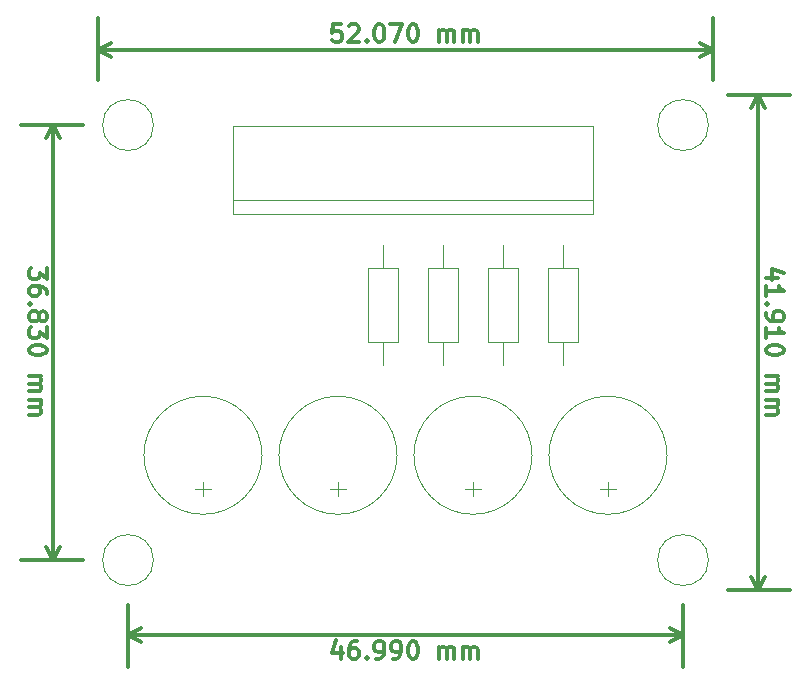
<source format=gbr>
G04 #@! TF.FileFunction,Other,Fab,Top*
%FSLAX46Y46*%
G04 Gerber Fmt 4.6, Leading zero omitted, Abs format (unit mm)*
G04 Created by KiCad (PCBNEW 4.0.7) date Sunday, September 16, 2018 'AMt' 08:41:20 AM*
%MOMM*%
%LPD*%
G01*
G04 APERTURE LIST*
%ADD10C,0.100000*%
%ADD11C,0.300000*%
G04 APERTURE END LIST*
D10*
D11*
X123931429Y-71819287D02*
X123931429Y-72747858D01*
X123360000Y-72247858D01*
X123360000Y-72462144D01*
X123288571Y-72605001D01*
X123217143Y-72676430D01*
X123074286Y-72747858D01*
X122717143Y-72747858D01*
X122574286Y-72676430D01*
X122502857Y-72605001D01*
X122431429Y-72462144D01*
X122431429Y-72033572D01*
X122502857Y-71890715D01*
X122574286Y-71819287D01*
X123931429Y-74033572D02*
X123931429Y-73747858D01*
X123860000Y-73605001D01*
X123788571Y-73533572D01*
X123574286Y-73390715D01*
X123288571Y-73319286D01*
X122717143Y-73319286D01*
X122574286Y-73390715D01*
X122502857Y-73462143D01*
X122431429Y-73605001D01*
X122431429Y-73890715D01*
X122502857Y-74033572D01*
X122574286Y-74105001D01*
X122717143Y-74176429D01*
X123074286Y-74176429D01*
X123217143Y-74105001D01*
X123288571Y-74033572D01*
X123360000Y-73890715D01*
X123360000Y-73605001D01*
X123288571Y-73462143D01*
X123217143Y-73390715D01*
X123074286Y-73319286D01*
X122574286Y-74819286D02*
X122502857Y-74890714D01*
X122431429Y-74819286D01*
X122502857Y-74747857D01*
X122574286Y-74819286D01*
X122431429Y-74819286D01*
X123288571Y-75747858D02*
X123360000Y-75605000D01*
X123431429Y-75533572D01*
X123574286Y-75462143D01*
X123645714Y-75462143D01*
X123788571Y-75533572D01*
X123860000Y-75605000D01*
X123931429Y-75747858D01*
X123931429Y-76033572D01*
X123860000Y-76176429D01*
X123788571Y-76247858D01*
X123645714Y-76319286D01*
X123574286Y-76319286D01*
X123431429Y-76247858D01*
X123360000Y-76176429D01*
X123288571Y-76033572D01*
X123288571Y-75747858D01*
X123217143Y-75605000D01*
X123145714Y-75533572D01*
X123002857Y-75462143D01*
X122717143Y-75462143D01*
X122574286Y-75533572D01*
X122502857Y-75605000D01*
X122431429Y-75747858D01*
X122431429Y-76033572D01*
X122502857Y-76176429D01*
X122574286Y-76247858D01*
X122717143Y-76319286D01*
X123002857Y-76319286D01*
X123145714Y-76247858D01*
X123217143Y-76176429D01*
X123288571Y-76033572D01*
X123931429Y-76819286D02*
X123931429Y-77747857D01*
X123360000Y-77247857D01*
X123360000Y-77462143D01*
X123288571Y-77605000D01*
X123217143Y-77676429D01*
X123074286Y-77747857D01*
X122717143Y-77747857D01*
X122574286Y-77676429D01*
X122502857Y-77605000D01*
X122431429Y-77462143D01*
X122431429Y-77033571D01*
X122502857Y-76890714D01*
X122574286Y-76819286D01*
X123931429Y-78676428D02*
X123931429Y-78819285D01*
X123860000Y-78962142D01*
X123788571Y-79033571D01*
X123645714Y-79105000D01*
X123360000Y-79176428D01*
X123002857Y-79176428D01*
X122717143Y-79105000D01*
X122574286Y-79033571D01*
X122502857Y-78962142D01*
X122431429Y-78819285D01*
X122431429Y-78676428D01*
X122502857Y-78533571D01*
X122574286Y-78462142D01*
X122717143Y-78390714D01*
X123002857Y-78319285D01*
X123360000Y-78319285D01*
X123645714Y-78390714D01*
X123788571Y-78462142D01*
X123860000Y-78533571D01*
X123931429Y-78676428D01*
X122431429Y-80962142D02*
X123431429Y-80962142D01*
X123288571Y-80962142D02*
X123360000Y-81033570D01*
X123431429Y-81176428D01*
X123431429Y-81390713D01*
X123360000Y-81533570D01*
X123217143Y-81604999D01*
X122431429Y-81604999D01*
X123217143Y-81604999D02*
X123360000Y-81676428D01*
X123431429Y-81819285D01*
X123431429Y-82033570D01*
X123360000Y-82176428D01*
X123217143Y-82247856D01*
X122431429Y-82247856D01*
X122431429Y-82962142D02*
X123431429Y-82962142D01*
X123288571Y-82962142D02*
X123360000Y-83033570D01*
X123431429Y-83176428D01*
X123431429Y-83390713D01*
X123360000Y-83533570D01*
X123217143Y-83604999D01*
X122431429Y-83604999D01*
X123217143Y-83604999D02*
X123360000Y-83676428D01*
X123431429Y-83819285D01*
X123431429Y-84033570D01*
X123360000Y-84176428D01*
X123217143Y-84247856D01*
X122431429Y-84247856D01*
X124460000Y-59690000D02*
X124460000Y-96520000D01*
X127000000Y-59690000D02*
X121760000Y-59690000D01*
X127000000Y-96520000D02*
X121760000Y-96520000D01*
X124460000Y-96520000D02*
X123873579Y-95393496D01*
X124460000Y-96520000D02*
X125046421Y-95393496D01*
X124460000Y-59690000D02*
X123873579Y-60816504D01*
X124460000Y-59690000D02*
X125046421Y-60816504D01*
X148805001Y-103898571D02*
X148805001Y-104898571D01*
X148447858Y-103327143D02*
X148090715Y-104398571D01*
X149019287Y-104398571D01*
X150233572Y-103398571D02*
X149947858Y-103398571D01*
X149805001Y-103470000D01*
X149733572Y-103541429D01*
X149590715Y-103755714D01*
X149519286Y-104041429D01*
X149519286Y-104612857D01*
X149590715Y-104755714D01*
X149662143Y-104827143D01*
X149805001Y-104898571D01*
X150090715Y-104898571D01*
X150233572Y-104827143D01*
X150305001Y-104755714D01*
X150376429Y-104612857D01*
X150376429Y-104255714D01*
X150305001Y-104112857D01*
X150233572Y-104041429D01*
X150090715Y-103970000D01*
X149805001Y-103970000D01*
X149662143Y-104041429D01*
X149590715Y-104112857D01*
X149519286Y-104255714D01*
X151019286Y-104755714D02*
X151090714Y-104827143D01*
X151019286Y-104898571D01*
X150947857Y-104827143D01*
X151019286Y-104755714D01*
X151019286Y-104898571D01*
X151805000Y-104898571D02*
X152090715Y-104898571D01*
X152233572Y-104827143D01*
X152305000Y-104755714D01*
X152447858Y-104541429D01*
X152519286Y-104255714D01*
X152519286Y-103684286D01*
X152447858Y-103541429D01*
X152376429Y-103470000D01*
X152233572Y-103398571D01*
X151947858Y-103398571D01*
X151805000Y-103470000D01*
X151733572Y-103541429D01*
X151662143Y-103684286D01*
X151662143Y-104041429D01*
X151733572Y-104184286D01*
X151805000Y-104255714D01*
X151947858Y-104327143D01*
X152233572Y-104327143D01*
X152376429Y-104255714D01*
X152447858Y-104184286D01*
X152519286Y-104041429D01*
X153233571Y-104898571D02*
X153519286Y-104898571D01*
X153662143Y-104827143D01*
X153733571Y-104755714D01*
X153876429Y-104541429D01*
X153947857Y-104255714D01*
X153947857Y-103684286D01*
X153876429Y-103541429D01*
X153805000Y-103470000D01*
X153662143Y-103398571D01*
X153376429Y-103398571D01*
X153233571Y-103470000D01*
X153162143Y-103541429D01*
X153090714Y-103684286D01*
X153090714Y-104041429D01*
X153162143Y-104184286D01*
X153233571Y-104255714D01*
X153376429Y-104327143D01*
X153662143Y-104327143D01*
X153805000Y-104255714D01*
X153876429Y-104184286D01*
X153947857Y-104041429D01*
X154876428Y-103398571D02*
X155019285Y-103398571D01*
X155162142Y-103470000D01*
X155233571Y-103541429D01*
X155305000Y-103684286D01*
X155376428Y-103970000D01*
X155376428Y-104327143D01*
X155305000Y-104612857D01*
X155233571Y-104755714D01*
X155162142Y-104827143D01*
X155019285Y-104898571D01*
X154876428Y-104898571D01*
X154733571Y-104827143D01*
X154662142Y-104755714D01*
X154590714Y-104612857D01*
X154519285Y-104327143D01*
X154519285Y-103970000D01*
X154590714Y-103684286D01*
X154662142Y-103541429D01*
X154733571Y-103470000D01*
X154876428Y-103398571D01*
X157162142Y-104898571D02*
X157162142Y-103898571D01*
X157162142Y-104041429D02*
X157233570Y-103970000D01*
X157376428Y-103898571D01*
X157590713Y-103898571D01*
X157733570Y-103970000D01*
X157804999Y-104112857D01*
X157804999Y-104898571D01*
X157804999Y-104112857D02*
X157876428Y-103970000D01*
X158019285Y-103898571D01*
X158233570Y-103898571D01*
X158376428Y-103970000D01*
X158447856Y-104112857D01*
X158447856Y-104898571D01*
X159162142Y-104898571D02*
X159162142Y-103898571D01*
X159162142Y-104041429D02*
X159233570Y-103970000D01*
X159376428Y-103898571D01*
X159590713Y-103898571D01*
X159733570Y-103970000D01*
X159804999Y-104112857D01*
X159804999Y-104898571D01*
X159804999Y-104112857D02*
X159876428Y-103970000D01*
X160019285Y-103898571D01*
X160233570Y-103898571D01*
X160376428Y-103970000D01*
X160447856Y-104112857D01*
X160447856Y-104898571D01*
X130810000Y-102870000D02*
X177800000Y-102870000D01*
X130810000Y-100330000D02*
X130810000Y-105570000D01*
X177800000Y-100330000D02*
X177800000Y-105570000D01*
X177800000Y-102870000D02*
X176673496Y-103456421D01*
X177800000Y-102870000D02*
X176673496Y-102283579D01*
X130810000Y-102870000D02*
X131936504Y-103456421D01*
X130810000Y-102870000D02*
X131936504Y-102283579D01*
X185821429Y-72605001D02*
X184821429Y-72605001D01*
X186392857Y-72247858D02*
X185321429Y-71890715D01*
X185321429Y-72819287D01*
X184821429Y-74176429D02*
X184821429Y-73319286D01*
X184821429Y-73747858D02*
X186321429Y-73747858D01*
X186107143Y-73605001D01*
X185964286Y-73462143D01*
X185892857Y-73319286D01*
X184964286Y-74819286D02*
X184892857Y-74890714D01*
X184821429Y-74819286D01*
X184892857Y-74747857D01*
X184964286Y-74819286D01*
X184821429Y-74819286D01*
X184821429Y-75605000D02*
X184821429Y-75890715D01*
X184892857Y-76033572D01*
X184964286Y-76105000D01*
X185178571Y-76247858D01*
X185464286Y-76319286D01*
X186035714Y-76319286D01*
X186178571Y-76247858D01*
X186250000Y-76176429D01*
X186321429Y-76033572D01*
X186321429Y-75747858D01*
X186250000Y-75605000D01*
X186178571Y-75533572D01*
X186035714Y-75462143D01*
X185678571Y-75462143D01*
X185535714Y-75533572D01*
X185464286Y-75605000D01*
X185392857Y-75747858D01*
X185392857Y-76033572D01*
X185464286Y-76176429D01*
X185535714Y-76247858D01*
X185678571Y-76319286D01*
X184821429Y-77747857D02*
X184821429Y-76890714D01*
X184821429Y-77319286D02*
X186321429Y-77319286D01*
X186107143Y-77176429D01*
X185964286Y-77033571D01*
X185892857Y-76890714D01*
X186321429Y-78676428D02*
X186321429Y-78819285D01*
X186250000Y-78962142D01*
X186178571Y-79033571D01*
X186035714Y-79105000D01*
X185750000Y-79176428D01*
X185392857Y-79176428D01*
X185107143Y-79105000D01*
X184964286Y-79033571D01*
X184892857Y-78962142D01*
X184821429Y-78819285D01*
X184821429Y-78676428D01*
X184892857Y-78533571D01*
X184964286Y-78462142D01*
X185107143Y-78390714D01*
X185392857Y-78319285D01*
X185750000Y-78319285D01*
X186035714Y-78390714D01*
X186178571Y-78462142D01*
X186250000Y-78533571D01*
X186321429Y-78676428D01*
X184821429Y-80962142D02*
X185821429Y-80962142D01*
X185678571Y-80962142D02*
X185750000Y-81033570D01*
X185821429Y-81176428D01*
X185821429Y-81390713D01*
X185750000Y-81533570D01*
X185607143Y-81604999D01*
X184821429Y-81604999D01*
X185607143Y-81604999D02*
X185750000Y-81676428D01*
X185821429Y-81819285D01*
X185821429Y-82033570D01*
X185750000Y-82176428D01*
X185607143Y-82247856D01*
X184821429Y-82247856D01*
X184821429Y-82962142D02*
X185821429Y-82962142D01*
X185678571Y-82962142D02*
X185750000Y-83033570D01*
X185821429Y-83176428D01*
X185821429Y-83390713D01*
X185750000Y-83533570D01*
X185607143Y-83604999D01*
X184821429Y-83604999D01*
X185607143Y-83604999D02*
X185750000Y-83676428D01*
X185821429Y-83819285D01*
X185821429Y-84033570D01*
X185750000Y-84176428D01*
X185607143Y-84247856D01*
X184821429Y-84247856D01*
X184150000Y-57150000D02*
X184150000Y-99060000D01*
X181610000Y-57150000D02*
X186850000Y-57150000D01*
X181610000Y-99060000D02*
X186850000Y-99060000D01*
X184150000Y-99060000D02*
X183563579Y-97933496D01*
X184150000Y-99060000D02*
X184736421Y-97933496D01*
X184150000Y-57150000D02*
X183563579Y-58276504D01*
X184150000Y-57150000D02*
X184736421Y-58276504D01*
X148876430Y-51168571D02*
X148162144Y-51168571D01*
X148090715Y-51882857D01*
X148162144Y-51811429D01*
X148305001Y-51740000D01*
X148662144Y-51740000D01*
X148805001Y-51811429D01*
X148876430Y-51882857D01*
X148947858Y-52025714D01*
X148947858Y-52382857D01*
X148876430Y-52525714D01*
X148805001Y-52597143D01*
X148662144Y-52668571D01*
X148305001Y-52668571D01*
X148162144Y-52597143D01*
X148090715Y-52525714D01*
X149519286Y-51311429D02*
X149590715Y-51240000D01*
X149733572Y-51168571D01*
X150090715Y-51168571D01*
X150233572Y-51240000D01*
X150305001Y-51311429D01*
X150376429Y-51454286D01*
X150376429Y-51597143D01*
X150305001Y-51811429D01*
X149447858Y-52668571D01*
X150376429Y-52668571D01*
X151019286Y-52525714D02*
X151090714Y-52597143D01*
X151019286Y-52668571D01*
X150947857Y-52597143D01*
X151019286Y-52525714D01*
X151019286Y-52668571D01*
X152019286Y-51168571D02*
X152162143Y-51168571D01*
X152305000Y-51240000D01*
X152376429Y-51311429D01*
X152447858Y-51454286D01*
X152519286Y-51740000D01*
X152519286Y-52097143D01*
X152447858Y-52382857D01*
X152376429Y-52525714D01*
X152305000Y-52597143D01*
X152162143Y-52668571D01*
X152019286Y-52668571D01*
X151876429Y-52597143D01*
X151805000Y-52525714D01*
X151733572Y-52382857D01*
X151662143Y-52097143D01*
X151662143Y-51740000D01*
X151733572Y-51454286D01*
X151805000Y-51311429D01*
X151876429Y-51240000D01*
X152019286Y-51168571D01*
X153019286Y-51168571D02*
X154019286Y-51168571D01*
X153376429Y-52668571D01*
X154876428Y-51168571D02*
X155019285Y-51168571D01*
X155162142Y-51240000D01*
X155233571Y-51311429D01*
X155305000Y-51454286D01*
X155376428Y-51740000D01*
X155376428Y-52097143D01*
X155305000Y-52382857D01*
X155233571Y-52525714D01*
X155162142Y-52597143D01*
X155019285Y-52668571D01*
X154876428Y-52668571D01*
X154733571Y-52597143D01*
X154662142Y-52525714D01*
X154590714Y-52382857D01*
X154519285Y-52097143D01*
X154519285Y-51740000D01*
X154590714Y-51454286D01*
X154662142Y-51311429D01*
X154733571Y-51240000D01*
X154876428Y-51168571D01*
X157162142Y-52668571D02*
X157162142Y-51668571D01*
X157162142Y-51811429D02*
X157233570Y-51740000D01*
X157376428Y-51668571D01*
X157590713Y-51668571D01*
X157733570Y-51740000D01*
X157804999Y-51882857D01*
X157804999Y-52668571D01*
X157804999Y-51882857D02*
X157876428Y-51740000D01*
X158019285Y-51668571D01*
X158233570Y-51668571D01*
X158376428Y-51740000D01*
X158447856Y-51882857D01*
X158447856Y-52668571D01*
X159162142Y-52668571D02*
X159162142Y-51668571D01*
X159162142Y-51811429D02*
X159233570Y-51740000D01*
X159376428Y-51668571D01*
X159590713Y-51668571D01*
X159733570Y-51740000D01*
X159804999Y-51882857D01*
X159804999Y-52668571D01*
X159804999Y-51882857D02*
X159876428Y-51740000D01*
X160019285Y-51668571D01*
X160233570Y-51668571D01*
X160376428Y-51740000D01*
X160447856Y-51882857D01*
X160447856Y-52668571D01*
X128270000Y-53340000D02*
X180340000Y-53340000D01*
X128270000Y-55880000D02*
X128270000Y-50640000D01*
X180340000Y-55880000D02*
X180340000Y-50640000D01*
X180340000Y-53340000D02*
X179213496Y-53926421D01*
X180340000Y-53340000D02*
X179213496Y-52753579D01*
X128270000Y-53340000D02*
X129396504Y-53926421D01*
X128270000Y-53340000D02*
X129396504Y-52753579D01*
D10*
X142160000Y-87650000D02*
G75*
G03X142160000Y-87650000I-5000000J0D01*
G01*
X137160000Y-91100000D02*
X137160000Y-89900000D01*
X136510000Y-90500000D02*
X137810000Y-90500000D01*
X153590000Y-87650000D02*
G75*
G03X153590000Y-87650000I-5000000J0D01*
G01*
X148590000Y-91100000D02*
X148590000Y-89900000D01*
X147940000Y-90500000D02*
X149240000Y-90500000D01*
X165020000Y-87650000D02*
G75*
G03X165020000Y-87650000I-5000000J0D01*
G01*
X160020000Y-91100000D02*
X160020000Y-89900000D01*
X159370000Y-90500000D02*
X160670000Y-90500000D01*
X179954066Y-96520000D02*
G75*
G03X179954066Y-96520000I-2154066J0D01*
G01*
X132964066Y-96520000D02*
G75*
G03X132964066Y-96520000I-2154066J0D01*
G01*
X132964066Y-59690000D02*
G75*
G03X132964066Y-59690000I-2154066J0D01*
G01*
X176450000Y-87650000D02*
G75*
G03X176450000Y-87650000I-5000000J0D01*
G01*
X171450000Y-91100000D02*
X171450000Y-89900000D01*
X170800000Y-90500000D02*
X172100000Y-90500000D01*
X139740000Y-66050000D02*
X170140000Y-66050000D01*
X139740000Y-59750000D02*
X139740000Y-67250000D01*
X139740000Y-67250000D02*
X170140000Y-67250000D01*
X170140000Y-67250000D02*
X170140000Y-59750000D01*
X170140000Y-59750000D02*
X139740000Y-59750000D01*
X151150000Y-78080000D02*
X153650000Y-78080000D01*
X153650000Y-78080000D02*
X153650000Y-71780000D01*
X153650000Y-71780000D02*
X151150000Y-71780000D01*
X151150000Y-71780000D02*
X151150000Y-78080000D01*
X152400000Y-80010000D02*
X152400000Y-78080000D01*
X152400000Y-69850000D02*
X152400000Y-71780000D01*
X156230000Y-78080000D02*
X158730000Y-78080000D01*
X158730000Y-78080000D02*
X158730000Y-71780000D01*
X158730000Y-71780000D02*
X156230000Y-71780000D01*
X156230000Y-71780000D02*
X156230000Y-78080000D01*
X157480000Y-80010000D02*
X157480000Y-78080000D01*
X157480000Y-69850000D02*
X157480000Y-71780000D01*
X161310000Y-78080000D02*
X163810000Y-78080000D01*
X163810000Y-78080000D02*
X163810000Y-71780000D01*
X163810000Y-71780000D02*
X161310000Y-71780000D01*
X161310000Y-71780000D02*
X161310000Y-78080000D01*
X162560000Y-80010000D02*
X162560000Y-78080000D01*
X162560000Y-69850000D02*
X162560000Y-71780000D01*
X166390000Y-78080000D02*
X168890000Y-78080000D01*
X168890000Y-78080000D02*
X168890000Y-71780000D01*
X168890000Y-71780000D02*
X166390000Y-71780000D01*
X166390000Y-71780000D02*
X166390000Y-78080000D01*
X167640000Y-80010000D02*
X167640000Y-78080000D01*
X167640000Y-69850000D02*
X167640000Y-71780000D01*
X179954066Y-59690000D02*
G75*
G03X179954066Y-59690000I-2154066J0D01*
G01*
M02*

</source>
